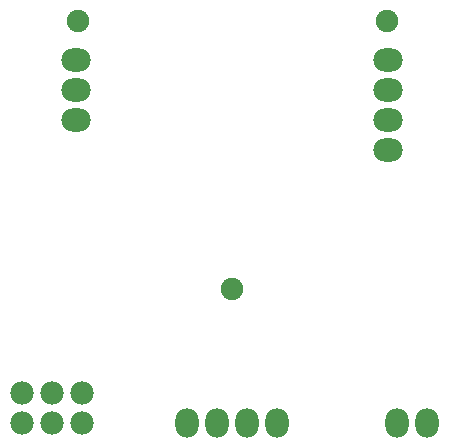
<source format=gbs>
%FSLAX25Y25*%
%MOIN*%
G70*
G01*
G75*
G04 Layer_Color=16711935*
%ADD10C,0.02000*%
%ADD11O,0.07000X0.09000*%
%ADD12C,0.07000*%
%ADD13O,0.09000X0.07000*%
%ADD14C,0.06693*%
%ADD15C,0.01000*%
%ADD16C,0.00787*%
%ADD17C,0.01500*%
%ADD18C,0.00800*%
%ADD19O,0.07800X0.09800*%
%ADD20C,0.07800*%
%ADD21O,0.09800X0.07800*%
%ADD22C,0.07493*%
D19*
X245000Y146000D02*
D03*
X255000D02*
D03*
X175000D02*
D03*
X185000D02*
D03*
X195000D02*
D03*
X205000D02*
D03*
D20*
X140000Y156000D02*
D03*
Y146000D02*
D03*
X130000Y156000D02*
D03*
X120000D02*
D03*
Y146000D02*
D03*
X130000D02*
D03*
D21*
X138000Y257008D02*
D03*
Y247008D02*
D03*
Y267008D02*
D03*
X242000Y256929D02*
D03*
Y266929D02*
D03*
Y246929D02*
D03*
Y236929D02*
D03*
D22*
X190000Y190500D02*
D03*
X138471Y279750D02*
D03*
X241529D02*
D03*
M02*

</source>
